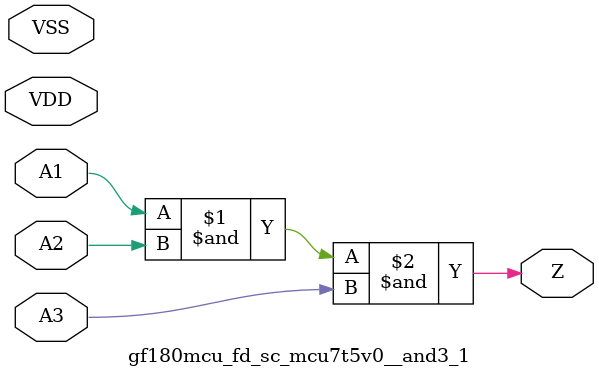
<source format=v>

module gf180mcu_fd_sc_mcu7t5v0__and3_1( A1, A2, A3, Z, VDD, VSS );
input A1, A2, A3;
inout VDD, VSS;
output Z;

	and MGM_BG_0( Z, A1, A2, A3 );

endmodule

</source>
